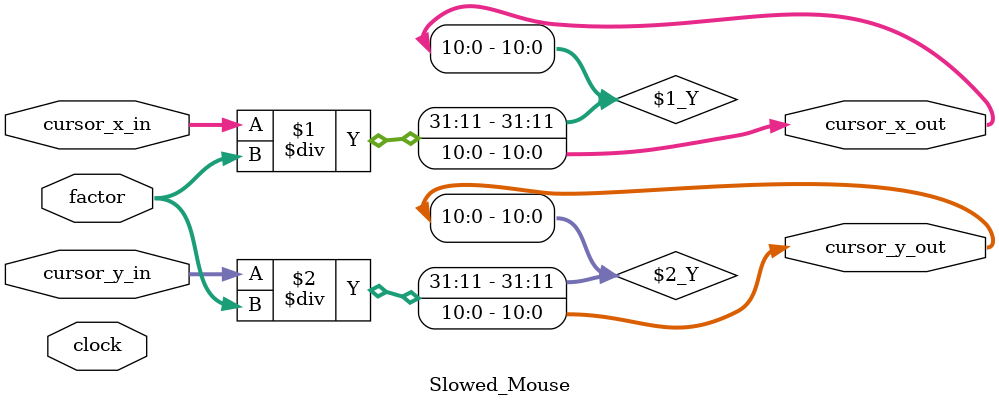
<source format=v>
`timescale 1ns / 1ps

module Slowed_Mouse(
    input clock,
    input [10:0] cursor_x_in,
    input [10:0] cursor_y_in,
    input [31:0] factor,
    output [10:0] cursor_x_out,
    output [10:0] cursor_y_out 
    );

    assign cursor_x_out = cursor_x_in / factor;
    assign cursor_y_out = cursor_y_in / factor;
endmodule

</source>
